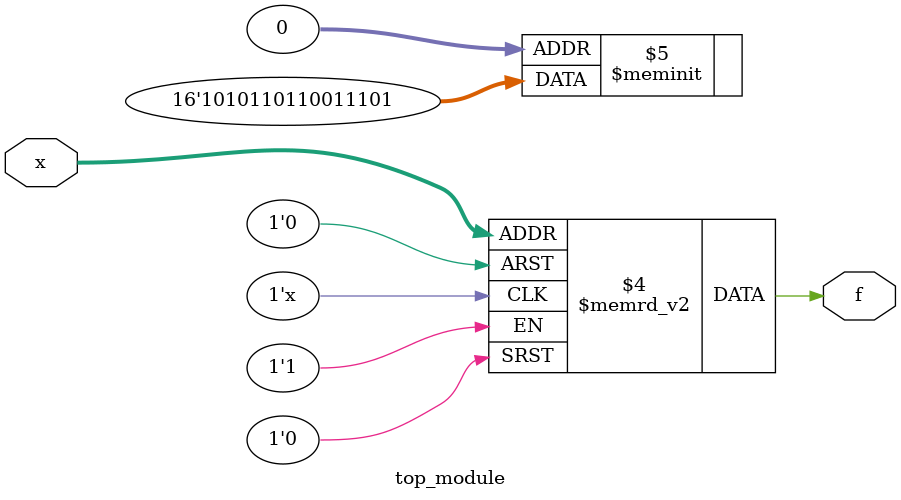
<source format=sv>
module top_module (
    input [4:1] x,
    output logic f
);
    
    always_comb begin
        case(x)
            4'b0000: f = 1;
            4'b0001: f = 0;
            4'b0011: f = 1;
            4'b0010: f = 1;
            4'b0110: f = 0;
            4'b0111: f = 1;
            4'b0101: f = 0;
            4'b0100: f = 1;
            4'b1100: f = 0;
            4'b1101: f = 1;
            4'b1111: f = 1;
            4'b1110: f = 0;
            4'b1010: f = 1;
            4'b1011: f = 1;
            4'b1001: f = 0;
            4'b1000: f = 1;
        endcase
    end
endmodule

</source>
